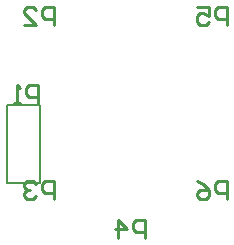
<source format=gbo>
%FSTAX23Y23*%
%MOIN*%
%SFA1B1*%

%IPPOS*%
%ADD28C,0.007874*%
%ADD53C,0.010000*%
%LNsmarttokens-1*%
%LPD*%
G54D28*
X11207Y10048D02*
X11317D01*
Y09788*
X11207D02*
X11317D01*
X11207D02*
Y10048D01*
G54D53*
X11942Y10315D02*
Y10375D01*
X11912*
X11902Y10365*
Y10345*
X11912Y10335*
X11942*
X11842Y10375D02*
X11882D01*
Y10345*
X11862Y10355*
X11852*
X11842Y10345*
Y10325*
X11852Y10315*
X11872*
X11882Y10325*
X11364Y09735D02*
Y09795D01*
X11334*
X11324Y09785*
Y09765*
X11334Y09755*
X11364*
X11304Y09785D02*
X11294Y09795D01*
X11274*
X11264Y09785*
Y09775*
X11274Y09765*
X11284*
X11274*
X11264Y09755*
Y09745*
X11274Y09735*
X11294*
X11304Y09745*
X11364Y10315D02*
Y10375D01*
X11334*
X11324Y10365*
Y10345*
X11334Y10335*
X11364*
X11264Y10315D02*
X11304D01*
X11264Y10355*
Y10365*
X11274Y10375*
X11294*
X11304Y10365*
X11311Y10057D02*
Y10116D01*
X11281*
X11271Y10106*
Y10087*
X11281Y10077*
X11311*
X11251Y10057D02*
X11231D01*
X11241*
Y10116*
X11251Y10106*
X11942Y09735D02*
Y09795D01*
X11912*
X11902Y09785*
Y09765*
X11912Y09755*
X11942*
X11842Y09795D02*
X11862Y09785D01*
X11882Y09765*
Y09745*
X11872Y09735*
X11852*
X11842Y09745*
Y09755*
X11852Y09765*
X11882*
X11669Y09607D02*
Y09666D01*
X11639*
X11629Y09656*
Y09637*
X11639Y09627*
X11669*
X11579Y09607D02*
Y09666D01*
X11609Y09637*
X11569*
M02*
</source>
